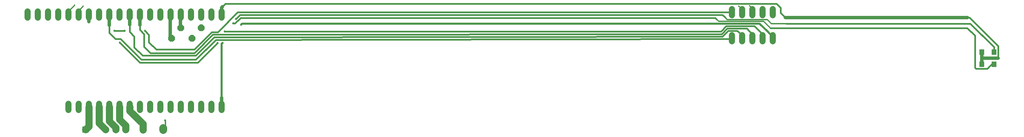
<source format=gbr>
G04 EAGLE Gerber RS-274X export*
G75*
%MOMM*%
%FSLAX34Y34*%
%LPD*%
%INTop Copper*%
%IPPOS*%
%AMOC8*
5,1,8,0,0,1.08239X$1,22.5*%
G01*
%ADD10C,1.524000*%
%ADD11R,1.200000X1.400000*%
%ADD12P,1.814519X8X202.500000*%
%ADD13R,1.508000X1.508000*%
%ADD14C,1.508000*%
%ADD15C,0.508000*%
%ADD16C,0.525000*%
%ADD17C,0.812800*%
%ADD18C,0.352400*%
%ADD19C,0.304800*%
%ADD20C,1.905000*%
%ADD21C,0.254000*%
%ADD22C,0.406400*%
%ADD23C,1.778000*%


D10*
X1988312Y635762D02*
X1988312Y620522D01*
X1962912Y620522D02*
X1962912Y635762D01*
X1937512Y635762D02*
X1937512Y620522D01*
X1912112Y620522D02*
X1912112Y635762D01*
X1886712Y635762D02*
X1886712Y620522D01*
X1886712Y570738D02*
X1886712Y555498D01*
X1912112Y555498D02*
X1912112Y570738D01*
X1937512Y570738D02*
X1937512Y555498D01*
X1962912Y555498D02*
X1962912Y570738D01*
X1988312Y570738D02*
X1988312Y555498D01*
D11*
X2538236Y528320D03*
X2508236Y528320D03*
X2538236Y497840D03*
X2508236Y497840D03*
D10*
X236728Y398780D02*
X236728Y383540D01*
X262128Y383540D02*
X262128Y398780D01*
X287528Y398780D02*
X287528Y383540D01*
X312928Y383540D02*
X312928Y398780D01*
X338328Y398780D02*
X338328Y383540D01*
X363728Y383540D02*
X363728Y398780D01*
X389128Y398780D02*
X389128Y383540D01*
X414528Y383540D02*
X414528Y398780D01*
X439928Y398780D02*
X439928Y383540D01*
X465328Y383540D02*
X465328Y398780D01*
X490728Y398780D02*
X490728Y383540D01*
X516128Y383540D02*
X516128Y398780D01*
X541528Y398780D02*
X541528Y383540D01*
X566928Y383540D02*
X566928Y398780D01*
X592328Y398780D02*
X592328Y383540D01*
X617728Y383540D02*
X617728Y398780D01*
X134620Y614680D02*
X134620Y629920D01*
X160020Y629920D02*
X160020Y614680D01*
X185420Y614680D02*
X185420Y629920D01*
X210820Y629920D02*
X210820Y614680D01*
X236220Y614680D02*
X236220Y629920D01*
X261620Y629920D02*
X261620Y614680D01*
X287020Y614680D02*
X287020Y629920D01*
X312420Y629920D02*
X312420Y614680D01*
X337820Y614680D02*
X337820Y629920D01*
X363220Y629920D02*
X363220Y614680D01*
X388620Y614680D02*
X388620Y629920D01*
X414020Y629920D02*
X414020Y614680D01*
X439420Y614680D02*
X439420Y629920D01*
X464820Y629920D02*
X464820Y614680D01*
X490220Y614680D02*
X490220Y629920D01*
X515620Y629920D02*
X515620Y614680D01*
X541020Y614680D02*
X541020Y629920D01*
X566420Y629920D02*
X566420Y614680D01*
X591820Y614680D02*
X591820Y629920D01*
X617220Y629920D02*
X617220Y614680D01*
D12*
X543560Y563372D03*
X492760Y563372D03*
X566674Y589026D03*
X515874Y589026D03*
D13*
X279184Y334010D03*
D14*
X329184Y334010D03*
X354184Y334010D03*
X379184Y334010D03*
X471786Y333502D03*
X421786Y333502D03*
D15*
X1988312Y563118D02*
X1988312Y566674D01*
D16*
X665480Y596900D03*
D15*
X1974342Y580644D02*
X1988312Y566674D01*
X1974342Y580644D02*
X1955292Y599694D01*
X668274Y599694D01*
X665480Y596900D01*
D16*
X619760Y551180D03*
D15*
X617728Y549148D01*
X617728Y414020D01*
D17*
X617728Y391160D01*
D18*
X617728Y414020D03*
X1974342Y580644D03*
D19*
X477520Y344570D02*
X471786Y338836D01*
D20*
X471786Y333502D01*
D19*
X477520Y356616D02*
X477266Y356870D01*
X477520Y356616D02*
X477520Y344570D01*
D16*
X477266Y356870D03*
D18*
X1903857Y643509D03*
D21*
X1910842Y636524D01*
X1910842Y635508D01*
D18*
X272796Y643382D03*
D21*
X261620Y632206D01*
X261620Y628396D01*
X261620Y622554D01*
X261620Y622300D01*
D18*
X1930781Y644017D03*
D21*
X1937258Y637540D01*
X1937258Y635000D01*
D18*
X251714Y645922D03*
D21*
X236728Y630936D01*
X236728Y627126D01*
X236220Y626618D02*
X236220Y622300D01*
X236220Y626618D02*
X236728Y627126D01*
D22*
X657352Y628142D02*
X1886712Y628142D01*
X549402Y534670D02*
X455168Y534670D01*
X436626Y553212D01*
X436626Y571754D02*
X426720Y581660D01*
X436626Y571754D02*
X436626Y553212D01*
D16*
X426720Y581660D03*
X375920Y581660D03*
D22*
X350520Y581660D01*
D16*
X350520Y581660D03*
D22*
X607822Y578612D02*
X657352Y628142D01*
X607822Y578612D02*
X593344Y578612D01*
X549402Y534670D01*
D18*
X287020Y604266D03*
D17*
X287020Y615442D01*
D22*
X2548876Y543814D02*
X2548876Y513080D01*
D17*
X2508236Y513080D01*
X2508236Y528320D01*
X2508236Y497840D01*
X2472944Y614934D02*
X2019808Y614934D01*
D22*
X2008124Y626618D01*
X2008124Y638810D01*
X1997964Y648970D01*
X627126Y648970D01*
X619506Y641350D01*
D17*
X617220Y639064D01*
X617220Y622300D01*
D22*
X2477756Y614934D02*
X2548876Y543814D01*
X2477756Y614934D02*
X2472944Y614934D01*
X1962912Y572770D02*
X1962912Y563118D01*
X1872685Y593090D02*
X1859731Y580136D01*
D16*
X624840Y580221D03*
D22*
X1954022Y581660D02*
X1962912Y572770D01*
X1942592Y593090D02*
X1872685Y593090D01*
X1859731Y580136D02*
X624840Y580136D01*
D16*
X607314Y551180D03*
D22*
X558546Y502412D01*
X414274Y502412D01*
X364490Y552196D01*
D16*
X364490Y552196D03*
D18*
X1954022Y581660D03*
D22*
X1942592Y593090D01*
X1886712Y563118D02*
X1884934Y561340D01*
X1868678Y561340D01*
X603014Y558818D01*
X553466Y509270D01*
X417830Y509270D01*
X365760Y561340D01*
X353060Y561340D01*
X337820Y576580D02*
X337820Y595122D01*
X337820Y576580D02*
X353060Y561340D01*
D17*
X337820Y595122D02*
X337820Y601980D01*
X337820Y622300D01*
D18*
X337820Y601980D03*
X1868678Y561340D03*
D22*
X1912112Y563118D02*
X1912112Y569468D01*
X1901952Y579628D01*
X1899666Y581914D01*
X1877314Y581914D01*
X1862836Y567436D01*
X598947Y565165D01*
X553466Y519684D01*
X420878Y519684D01*
X400304Y540258D01*
X400304Y567436D01*
X388620Y579120D02*
X388620Y596646D01*
X388620Y579120D02*
X400304Y567436D01*
D17*
X388620Y596646D02*
X388620Y601980D01*
X388620Y622300D01*
D18*
X388620Y601980D03*
X1901952Y579628D03*
D22*
X1937512Y573786D02*
X1937512Y563118D01*
X1937512Y573786D02*
X1929257Y582041D01*
X1923796Y587502D01*
X1874999Y587502D01*
X414020Y584200D02*
X414020Y595630D01*
X1861029Y573532D02*
X1874999Y587502D01*
X1861029Y573532D02*
X595639Y572017D01*
X549656Y526034D01*
X440690Y526034D01*
X424688Y542036D01*
X424688Y573532D01*
X414020Y584200D01*
D17*
X414020Y595630D02*
X414020Y601472D01*
X414020Y622300D01*
D18*
X414020Y601472D03*
X1929257Y582041D03*
D19*
X1965452Y605282D02*
X1981962Y588772D01*
X1853692Y605282D02*
X1848358Y610616D01*
X1853692Y605282D02*
X1965452Y605282D01*
D22*
X1848358Y610616D02*
X1844802Y614172D01*
X664718Y614172D01*
X650748Y600202D02*
X646684Y600202D01*
D16*
X646684Y600202D03*
D22*
X650748Y600202D02*
X664718Y614172D01*
X2493905Y486776D02*
X2521805Y486776D01*
X2532869Y497840D02*
X2538236Y497840D01*
X2532869Y497840D02*
X2521805Y486776D01*
X2493905Y486776D02*
X2491232Y489449D01*
X2471928Y588772D02*
X1981962Y588772D01*
X2471928Y588772D02*
X2491232Y569468D01*
X2491232Y489449D01*
X2022094Y599694D02*
X2021840Y599440D01*
X2538236Y541020D02*
X2538236Y528320D01*
D19*
X2021840Y599440D02*
X1985010Y599440D01*
X1875028Y609854D02*
X1868932Y615950D01*
X1974596Y609854D02*
X1985010Y599440D01*
X1974596Y609854D02*
X1875028Y609854D01*
D22*
X1868932Y615950D02*
X1863344Y621538D01*
X663194Y621538D02*
X652780Y611124D01*
D16*
X652780Y611124D03*
D22*
X663194Y621538D02*
X1863344Y621538D01*
X2479562Y599694D02*
X2538236Y541020D01*
X2479562Y599694D02*
X2022094Y599694D01*
D17*
X515874Y589026D02*
X515112Y589788D01*
X515112Y621792D02*
X515620Y622300D01*
X515112Y621792D02*
X515112Y589788D01*
X489966Y566166D02*
X489966Y622046D01*
X489966Y566166D02*
X492760Y563372D01*
X489966Y622046D02*
X490220Y622300D01*
D23*
X287528Y342354D02*
X279184Y334010D01*
X287528Y342354D02*
X287528Y391160D01*
X312928Y350266D02*
X329184Y334010D01*
X312928Y350266D02*
X312928Y391160D01*
D22*
X351336Y347272D02*
X351336Y342446D01*
X351336Y347272D02*
X339344Y359264D01*
X339344Y365252D02*
X338328Y366268D01*
X339344Y365252D02*
X339344Y359264D01*
D23*
X338328Y355454D02*
X338328Y366268D01*
X338328Y391160D01*
X354184Y339598D02*
X354184Y334010D01*
X354184Y339598D02*
X351336Y342446D01*
X338328Y355454D01*
X379184Y344678D02*
X379184Y334010D01*
X379184Y344678D02*
X363728Y360134D01*
X363728Y391160D01*
X421786Y348488D02*
X421786Y333502D01*
X421786Y348488D02*
X389128Y381146D01*
X389128Y391160D01*
M02*

</source>
